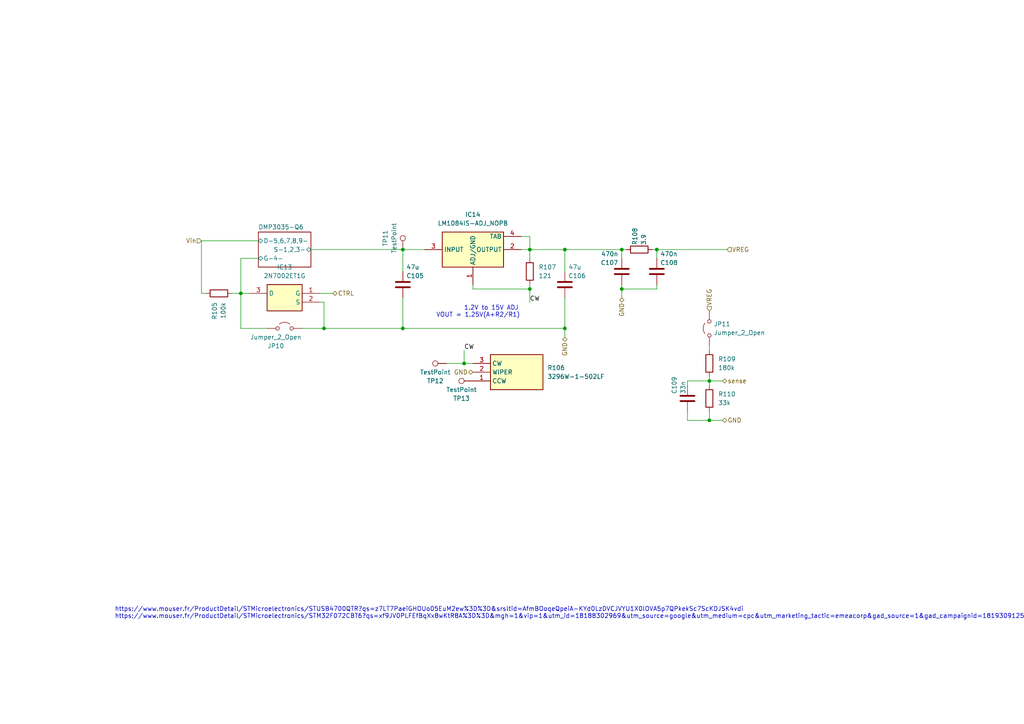
<source format=kicad_sch>
(kicad_sch (version 20250114) (generator "eeschema") (generator_version "9.0")
  (paper "A4")
  (lib_symbols
    (symbol "Connector:TestPoint" (pin_numbers (hide yes)) (pin_names (offset 0.762) (hide yes))
      (property "Reference" "TP" (at 0 6.858 0))
      (property "Value" "TestPoint" (at 0 5.08 0))
      (symbol "TestPoint_0_1"
        (circle (center 0 3.302) (radius 0.762))
      )
      (symbol "TestPoint_1_1"
        (pin passive line (at 0 0 90) (length 2.54) (name "1") (number "1"))
      )
    )
    (symbol "Custom-Vincent:2N7002ET1G"
      (property "Reference" "IC" (at 16.51 7.62 0))
      (property "Value" "2N7002ET1G" (at 16.51 5.08 0))
      (symbol "2N7002ET1G_1_1"
        (rectangle (start 5.08 2.54) (end 15.24 -5.08) (stroke (width 0.254)) (fill (type background)))
        (pin passive line (at 0 0 0) (length 5.08) (name "G") (number "1"))
        (pin passive line (at 0 -2.54 0) (length 5.08) (name "S") (number "2"))
        (pin passive line (at 20.32 0 180) (length 5.08) (name "D") (number "3"))
      )
    )
    (symbol "Custom-Vincent:3296W-1-502LF"
      (property "Reference" "R" (at 21.59 7.62 0))
      (property "Value" "3296W-1-502LF" (at 21.59 5.08 0))
      (symbol "3296W-1-502LF_1_1"
        (rectangle (start 5.08 2.54) (end 20.32 -7.62) (stroke (width 0.254)) (fill (type background)))
        (pin passive line (at 0 0 0) (length 5.08) (name "CW") (number "3"))
        (pin passive line (at 0 -2.54 0) (length 5.08) (name "WIPER") (number "2"))
        (pin passive line (at 0 -5.08 0) (length 5.08) (name "CCW") (number "1"))
      )
    )
    (symbol "Device:C" (pin_numbers (hide yes)) (pin_names (offset 0.254))
      (property "Reference" "C" (at 0.635 2.54 0))
      (property "Value" "C" (at 0.635 -2.54 0))
      (symbol "C_0_1"
        (polyline (pts (xy -2.032 0.762) (xy 2.032 0.762)) (stroke (width 0.508)))
        (polyline (pts (xy -2.032 -0.762) (xy 2.032 -0.762)) (stroke (width 0.508)))
      )
      (symbol "C_1_1"
        (pin passive line (at 0 3.81 270) (length 2.794) (name "~") (number "1"))
        (pin passive line (at 0 -3.81 90) (length 2.794) (name "~") (number "2"))
      )
    )
    (symbol "Device:R" (pin_numbers (hide yes)) (pin_names (offset 0))
      (property "Reference" "R" (at 2.032 0 90))
      (property "Value" "R" (at 0 0 90))
      (symbol "R_0_1"
        (rectangle (start -1.016 -2.54) (end 1.016 2.54) (stroke (width 0.254)))
      )
      (symbol "R_1_1"
        (pin passive line (at 0 3.81 270) (length 1.27) (name "~") (number "1"))
        (pin passive line (at 0 -3.81 90) (length 1.27) (name "~") (number "2"))
      )
    )
    (symbol "Jumper:Jumper_2_Open" (pin_numbers (hide yes)) (pin_names (offset 0) (hide yes))
      (property "Reference" "JP" (at 0 2.794 0))
      (property "Value" "Jumper_2_Open" (at 0 -2.286 0))
      (symbol "Jumper_2_Open_0_0"
        (circle (center -2.032 0) (radius 0.508))
        (circle (center 2.032 0) (radius 0.508))
      )
      (symbol "Jumper_2_Open_0_1"
        (arc (start -1.524 1.27) (mid 0 1.778) (end 1.524 1.27))
      )
      (symbol "Jumper_2_Open_1_1"
        (pin passive line (at -5.08 0 0) (length 2.54) (name "A") (number "1"))
        (pin passive line (at 5.08 0 180) (length 2.54) (name "B") (number "2"))
      )
    )
    (symbol "LM1084IS-ADJ_NOPB_1"
      (property "Reference" "IC" (at 26.67 7.62 0))
      (property "Value" "LM1084IS-ADJ_NOPB" (at 26.67 5.08 0))
      (symbol "LM1084IS-ADJ_NOPB_1_1_1"
        (rectangle (start 5.08 2.54) (end 22.86 -7.62) (stroke (width 0.254)) (fill (type background)))
        (pin input line (at 0 -2.54 0) (length 5.08) (name "INPUT") (number "3"))
        (pin power_in line (at 13.97 -12.7 90) (length 5.08) (name "ADJ/GND") (number "1"))
        (pin output line (at 27.94 1.27 180) (length 5.08) (name "TAB") (number "4"))
        (pin output line (at 27.94 -2.54 180) (length 5.08) (name "OUTPUT") (number "2"))
      )
    )
  )
  (text "https://www.mouser.fr/ProductDetail/STMicroelectronics/STUSB4700QTR?qs=z7LT7PaeiGHOUo05EuM2ew%3D%3D&srsltid=AfmBOoqeQpeiA-KYd0LzDVCJVYU1X0lOVA5p7QPkekSc7ScKDJSK4vdi\nhttps://www.mouser.fr/ProductDetail/STMicroelectronics/STM32F072CBT6?qs=xf9JV0PLFEfBqXx8wKtR8A%3D%3D&mgh=1&vip=1&utm_id=18188302969&utm_source=google&utm_medium=cpc&utm_marketing_tactic=emeacorp&gad_source=1&gad_campaignid=18193091258&gclid=Cj0KCQiAxJXJBhD_ARIsAH_JGjjlmumHlCQbsS1Lf4u0KNllXl2gcY-O_NKd-TyCFZhG1yRXtwxOSdgaAuOuEALw_wcB" (at 33.274 177.8 0) (effects (font (size 1.27 1.27)) (justify left)))
  (text "VOUT = 1.25V(A+R2/R1)" (at 138.684 91.44 0) (effects (font (size 1.27 1.27))))
  (text "1.2V to 15V ADJ" (at 142.494 89.408 0) (effects (font (size 1.27 1.27))))
  (junction (at 190.5 72.39))
  (junction (at 180.34 83.82))
  (junction (at 153.67 83.82))
  (junction (at 116.84 72.39))
  (junction (at 180.34 72.39))
  (junction (at 153.67 72.39))
  (junction (at 69.85 85.09))
  (junction (at 163.83 95.25))
  (junction (at 93.98 95.25))
  (junction (at 134.62 105.41))
  (junction (at 205.74 121.92))
  (junction (at 205.74 110.49))
  (junction (at 163.83 72.39))
  (junction (at 116.84 95.25))
  (wire (pts (xy 116.84 78.74) (xy 116.84 72.39)))
  (wire (pts (xy 87.63 95.25) (xy 93.98 95.25)))
  (wire (pts (xy 153.67 72.39) (xy 163.83 72.39)))
  (wire (pts (xy 137.16 83.82) (xy 137.16 82.55)))
  (wire (pts (xy 92.71 87.63) (xy 93.98 87.63)))
  (wire (pts (xy 205.74 110.49) (xy 209.55 110.49)))
  (wire (pts (xy 209.55 121.92) (xy 205.74 121.92)))
  (wire (pts (xy 58.42 85.09) (xy 59.69 85.09)))
  (wire (pts (xy 153.67 68.58) (xy 153.67 72.39)))
  (wire (pts (xy 180.34 74.93) (xy 180.34 72.39)))
  (wire (pts (xy 69.85 74.93) (xy 69.85 85.09)))
  (wire (pts (xy 189.23 72.39) (xy 190.5 72.39)))
  (wire (pts (xy 69.85 95.25) (xy 69.85 85.09)))
  (wire (pts (xy 69.85 85.09) (xy 72.39 85.09)))
  (wire (pts (xy 180.34 83.82) (xy 190.5 83.82)))
  (wire (pts (xy 199.39 119.38) (xy 199.39 121.92)))
  (wire (pts (xy 58.42 69.85) (xy 58.42 85.09)))
  (wire (pts (xy 93.98 95.25) (xy 116.84 95.25)))
  (wire (pts (xy 205.74 110.49) (xy 205.74 111.76)))
  (wire (pts (xy 163.83 86.36) (xy 163.83 95.25)))
  (wire (pts (xy 90.17 72.39) (xy 116.84 72.39)))
  (wire (pts (xy 92.71 85.09) (xy 96.52 85.09)))
  (wire (pts (xy 116.84 95.25) (xy 163.83 95.25)))
  (wire (pts (xy 74.93 69.85) (xy 58.42 69.85)))
  (wire (pts (xy 69.85 95.25) (xy 77.47 95.25)))
  (wire (pts (xy 137.16 83.82) (xy 153.67 83.82)))
  (wire (pts (xy 74.93 74.93) (xy 69.85 74.93)))
  (wire (pts (xy 190.5 72.39) (xy 210.82 72.39)))
  (wire (pts (xy 151.13 72.39) (xy 153.67 72.39)))
  (wire (pts (xy 151.13 68.58) (xy 153.67 68.58)))
  (wire (pts (xy 199.39 121.92) (xy 205.74 121.92)))
  (wire (pts (xy 134.62 101.6) (xy 134.62 105.41)))
  (wire (pts (xy 190.5 83.82) (xy 190.5 82.55)))
  (wire (pts (xy 137.16 105.41) (xy 134.62 105.41)))
  (wire (pts (xy 129.54 105.41) (xy 134.62 105.41)))
  (wire (pts (xy 67.31 85.09) (xy 69.85 85.09)))
  (wire (pts (xy 205.74 109.22) (xy 205.74 110.49)))
  (wire (pts (xy 199.39 110.49) (xy 205.74 110.49)))
  (wire (pts (xy 116.84 86.36) (xy 116.84 95.25)))
  (wire (pts (xy 190.5 74.93) (xy 190.5 72.39)))
  (wire (pts (xy 205.74 121.92) (xy 205.74 119.38)))
  (wire (pts (xy 180.34 83.82) (xy 180.34 82.55)))
  (wire (pts (xy 153.67 74.93) (xy 153.67 72.39)))
  (wire (pts (xy 163.83 72.39) (xy 180.34 72.39)))
  (wire (pts (xy 180.34 72.39) (xy 181.61 72.39)))
  (wire (pts (xy 163.83 97.79) (xy 163.83 95.25)))
  (wire (pts (xy 93.98 95.25) (xy 93.98 87.63)))
  (wire (pts (xy 153.67 83.82) (xy 153.67 87.63)))
  (wire (pts (xy 180.34 86.36) (xy 180.34 83.82)))
  (wire (pts (xy 153.67 83.82) (xy 153.67 82.55)))
  (wire (pts (xy 116.84 72.39) (xy 123.19 72.39)))
  (wire (pts (xy 199.39 111.76) (xy 199.39 110.49)))
  (wire (pts (xy 163.83 78.74) (xy 163.83 72.39)))
  (wire (pts (xy 205.74 100.33) (xy 205.74 101.6)))
  (label "CW" (at 153.67 87.63 0))
  (label "CW" (at 134.62 101.6 0))
  (hierarchical_label "sense" (shape bidirectional) (at 209.55 110.49 0))
  (hierarchical_label "GND" (shape bidirectional) (at 137.16 107.95 180))
  (hierarchical_label "VREG" (shape input) (at 210.82 72.39 0))
  (hierarchical_label "VREG" (shape input) (at 205.74 90.17 90))
  (hierarchical_label "GND" (shape bidirectional) (at 180.34 86.36 270))
  (hierarchical_label "GND" (shape bidirectional) (at 163.83 97.79 270))
  (hierarchical_label "Vin" (shape input) (at 58.42 69.85 180))
  (hierarchical_label "GND" (shape bidirectional) (at 209.55 121.92 0))
  (hierarchical_label "CTRL" (shape bidirectional) (at 96.52 85.09 0))
  (symbol (lib_id "Custom-Vincent:3296W-1-502LF") (at 137.16 105.41 0) (unit 1)
    (property "Reference" "R106" (at 158.75 106.6799 0) (effects (justify left)))
    (property "Value" "3296W-1-502LF" (at 158.75 109.2199 0) (effects (justify left)))
    (property "Footprint" "Custom-Vincent:3296W1503LF" (effects (hide yes)))
    (property "Datasheet" "https://componentsearchengine.com/Datasheets/2/3296W-1-502LF.pdf" (effects (hide yes)))
    (property "Description" "3296W top adj cermet trimmer,5K 10mm Bourns 3296W Series 25-Turn Through Hole Cermet Trimmer Resistor with Pin Terminations, 5k +/-10% 1/2W +/-100ppm/C" (effects (hide yes)))
    (property "Height" "10.28" (effects (hide yes)))
    (property "Mouser Part Number" "652-3296W-1-502LF" (effects (hide yes)))
    (property "Mouser Price/Stock" "https://www.mouser.co.uk/ProductDetail/Bourns/3296W-1-502LF?qs=zl1BDXJPZVrTnesl5BcuCQ%3D%3D" (effects (hide yes)))
    (property "Manufacturer_Name" "Bourns" (effects (hide yes)))
    (property "Manufacturer_Part_Number" "3296W-1-502LF" (effects (hide yes)))
    (property "Number-JLCPCB" "C60620" (effects (hide yes)))
    (instances (project "BMS" (path "" (reference "R106") (unit 1)) (path "" (reference "R112") (unit 1))))
  )
  (symbol (lib_id "Device:R") (at 153.67 78.74 0) (unit 1)
    (property "Reference" "R107" (at 156.21 77.4699 0) (effects (justify left)))
    (property "Value" "121" (at 156.21 80.0099 0) (effects (justify left)))
    (property "Footprint" "Resistor_SMD:R_0805_2012Metric_Pad1.20x1.40mm_HandSolder" (effects (hide yes)))
    (property "Description" "Resistor" (effects (hide yes)))
    (property "Mouser Part Number" "667-ERJ-UP6F1210V" (effects (hide yes)))
    (property "Number-JLCPCB" "C317367" (effects (hide yes)))
    (instances (project "BMS" (path "" (reference "R107") (unit 1)) (path "" (reference "R113") (unit 1))))
  )
  (symbol (lib_id "Custom-Vincent:2N7002ET1G") (at 92.71 85.09 0) (mirror y) (unit 1)
    (property "Reference" "IC13" (at 82.55 77.47 0))
    (property "Value" "2N7002ET1G" (at 82.55 80.01 0))
    (property "Footprint" "Package_TO_SOT_SMD:SOT-23-3" (effects (hide yes)))
    (property "Datasheet" "https://www.onsemi.com/pub/Collateral/2N7002E-D.PDF" (effects (hide yes)))
    (property "Description" "Small ; Low RDS(on); Trench Technology; RoHS Compliant" (effects (hide yes)))
    (property "Height" "1.11" (effects (hide yes)))
    (property "Mouser Part Number" "863-2N7002ET1G" (effects (hide yes)))
    (property "Mouser Price/Stock" "https://www.mouser.co.uk/ProductDetail/onsemi/2N7002ET1G?qs=PNhECL2hiouLrcURjXOtOg%3D%3D" (effects (hide yes)))
    (property "Manufacturer_Name" "onsemi" (effects (hide yes)))
    (property "Manufacturer_Part_Number" "2N7002ET1G" (effects (hide yes)))
    (property "Number-JLCPCB" "C71533" (effects (hide yes)))
    (instances (project "BMS" (path "" (reference "IC13") (unit 1)) (path "" (reference "IC15") (unit 1))))
  )
  (symbol (lib_name "LM1084IS-ADJ_NOPB_1") (lib_id "Custom-Vincent:LM1084IS-ADJ_NOPB") (at 123.19 69.85 0) (unit 1)
    (property "Reference" "IC14" (at 137.16 62.23 0))
    (property "Value" "LM1084IS-ADJ_NOPB" (at 137.16 64.77 0))
    (property "Footprint" "Custom-Vincent:LM1084IS-ADJ_NOPB" (effects (hide yes)))
    (property "Datasheet" "http://www.ti.com/lit/ds/symlink/lm1084.pdf" (effects (hide yes)))
    (property "Description" "5A Fixed / Adjustable Output Linear Regulator" (effects (hide yes)))
    (property "Height" "4.64" (effects (hide yes)))
    (property "Mouser Part Number" "926-LM1084IS-ADJNOPB" (effects (hide yes)))
    (property "Mouser Price/Stock" "https://www.mouser.co.uk/ProductDetail/Texas-Instruments/LM1084IS-ADJ-NOPB?qs=X1J7HmVL2ZGsN6CtVd4qhA%3D%3D" (effects (hide yes)))
    (property "Manufacturer_Name" "Texas Instruments" (effects (hide yes)))
    (property "Manufacturer_Part_Number" "LM1084IS-ADJ/NOPB" (effects (hide yes)))
    (property "Number-JLCPCB" "C2837418" (effects (hide yes)))
    (instances (project "BMS" (path "" (reference "IC14") (unit 1)) (path "" (reference "IC16") (unit 1))))
  )
  (symbol (lib_id "Device:R") (at 205.74 105.41 0) (unit 1)
    (property "Reference" "R109" (at 208.28 104.1399 0) (effects (justify left)))
    (property "Value" "180k" (at 208.28 106.6799 0) (effects (justify left)))
    (property "Footprint" "Resistor_SMD:R_0603_1608Metric_Pad0.98x0.95mm_HandSolder" (effects (hide yes)))
    (property "Description" "Resistor" (effects (hide yes)))
    (property "Mouser Part Number" "71-CRCW0603-180K-E3 " (effects (hide yes)))
    (property "Number-JLCPCB" "C844744" (effects (hide yes)))
    (instances (project "BMS" (path "" (reference "R109") (unit 1)) (path "" (reference "R115") (unit 1))))
  )
  (symbol (lib_id "Device:R") (at 63.5 85.09 90) (mirror x) (unit 1)
    (property "Reference" "R105" (at 62.2299 87.63 0) (effects (justify left)))
    (property "Value" "100k" (at 64.7699 87.63 0) (effects (justify left)))
    (property "Footprint" "Resistor_SMD:R_0603_1608Metric_Pad0.98x0.95mm_HandSolder" (effects (hide yes)))
    (property "Description" "Resistor" (effects (hide yes)))
    (property "Mouser Part Number" "603-RC0603FR-07100KL" (effects (hide yes)))
    (property "Number-JLCPCB" "C14675" (effects (hide yes)))
    (instances (project "BMS" (path "" (reference "R105") (unit 1)) (path "" (reference "R111") (unit 1))))
  )
  (symbol (lib_id "Connector:TestPoint") (at 116.84 72.39 0) (mirror y) (unit 1) (in_bom no)
    (property "Reference" "TP11" (at 111.76 69.088 90))
    (property "Value" "TestPoint" (at 114.3 69.088 90))
    (property "Footprint" "TestPoint:TestPoint_THTPad_2.0x2.0mm_Drill1.0mm" (effects (hide yes)))
    (property "Description" "test point" (effects (hide yes)))
    (instances (project "BMS" (path "" (reference "TP11") (unit 1)) (path "" (reference "TP14") (unit 1))))
  )
  (symbol (lib_id "Device:C") (at 199.39 115.57 0) (mirror x) (unit 1)
    (property "Reference" "C109" (at 195.58 114.3 90) (effects (justify right)))
    (property "Value" "33n" (at 198.12 114.3 90) (effects (justify right)))
    (property "Footprint" "Capacitor_SMD:C_0603_1608Metric_Pad1.08x0.95mm_HandSolder" (effects (hide yes)))
    (property "Description" "Unpolarized capacitor" (effects (hide yes)))
    (property "Mouser Part Number" "CC0603KRX7R8BB333" (effects (hide yes)))
    (property "Number-JLCPCB" "C113810" (effects (hide yes)))
    (instances (project "BMS" (path "" (reference "C109") (unit 1)) (path "" (reference "C114") (unit 1))))
  )
  (symbol (lib_id "Device:R") (at 185.42 72.39 90) (unit 1)
    (property "Reference" "R108" (at 184.15 71.12 0) (effects (justify left)))
    (property "Value" "3.9" (at 186.69 71.12 0) (effects (justify left)))
    (property "Footprint" "Resistor_SMD:R_1206_3216Metric_Pad1.30x1.75mm_HandSolder" (effects (hide yes)))
    (property "Datasheet" "https://www.mouser.fr/ProductDetail/Vishay/CRCW12063R90JNEA?qs=RBLAFTxbykx6FwOAglFQuA%3D%3D" (effects (hide yes)))
    (property "Description" "Resistor" (effects (hide yes)))
    (property "Mouser Part Number" "1206W4F390KT5E" (effects (hide yes)))
    (property "Number-JLCPCB" "C74090" (effects (hide yes)))
    (instances (project "BMS" (path "" (reference "R108") (unit 1)) (path "" (reference "R114") (unit 1))))
  )
  (symbol (lib_id "Device:C") (at 163.83 82.55 0) (mirror y) (unit 1)
    (property "Reference" "C106" (at 164.846 80.01 0) (effects (justify right)))
    (property "Value" "47u" (at 164.846 77.47 0) (effects (justify right)))
    (property "Footprint" "Capacitor_SMD:CP_Elec_6.3x7.7" (effects (hide yes)))
    (property "Description" "Unpolarized capacitor" (effects (hide yes)))
    (property "Mouser Part Number" "RVT1H470M0607" (effects (hide yes)))
    (property "Number-JLCPCB" "C3349" (effects (hide yes)))
    (instances (project "BMS" (path "" (reference "C106") (unit 1)) (path "" (reference "C111") (unit 1))))
  )
  (symbol (lib_id "Device:R") (at 205.74 115.57 0) (unit 1)
    (property "Reference" "R110" (at 208.28 114.2999 0) (effects (justify left)))
    (property "Value" "33k" (at 208.28 116.8399 0) (effects (justify left)))
    (property "Footprint" "Resistor_SMD:R_0603_1608Metric_Pad0.98x0.95mm_HandSolder" (effects (hide yes)))
    (property "Description" "Resistor" (effects (hide yes)))
    (property "Mouser Part Number" "0603WAF3302T5E" (effects (hide yes)))
    (property "Number-JLCPCB" "C4216" (effects (hide yes)))
    (instances (project "BMS" (path "" (reference "R110") (unit 1)) (path "" (reference "R116") (unit 1))))
  )
  (symbol (lib_id "Device:C") (at 180.34 78.74 0) (unit 1)
    (property "Reference" "C107" (at 179.324 76.2 0) (effects (justify right)))
    (property "Value" "470n" (at 179.324 73.66 0) (effects (justify right)))
    (property "Footprint" "Capacitor_SMD:C_0805_2012Metric_Pad1.18x1.45mm_HandSolder" (effects (hide yes)))
    (property "Description" "Unpolarized capacitor" (effects (hide yes)))
    (property "Mouser Part Number" "80-C0805C474M3PACTU" (effects (hide yes)))
    (property "Number-JLCPCB" "C2271305" (effects (hide yes)))
    (instances (project "BMS" (path "" (reference "C107") (unit 1)) (path "" (reference "C112") (unit 1))))
  )
  (symbol (lib_id "Connector:TestPoint") (at 137.16 110.49 90) (mirror x) (unit 1) (in_bom no)
    (property "Reference" "TP13" (at 133.858 115.57 90))
    (property "Value" "TestPoint" (at 133.858 113.03 90))
    (property "Footprint" "TestPoint:TestPoint_THTPad_2.0x2.0mm_Drill1.0mm" (effects (hide yes)))
    (property "Description" "test point" (effects (hide yes)))
    (instances (project "BMS" (path "" (reference "TP13") (unit 1)) (path "" (reference "TP16") (unit 1))))
  )
  (symbol (lib_id "Connector:TestPoint") (at 129.54 105.41 90) (mirror x) (unit 1) (in_bom no)
    (property "Reference" "TP12" (at 126.238 110.49 90))
    (property "Value" "TestPoint" (at 126.238 107.95 90))
    (property "Footprint" "TestPoint:TestPoint_THTPad_2.0x2.0mm_Drill1.0mm" (effects (hide yes)))
    (property "Description" "test point" (effects (hide yes)))
    (instances (project "BMS" (path "" (reference "TP12") (unit 1)) (path "" (reference "TP15") (unit 1))))
  )
  (symbol (lib_id "Jumper:Jumper_2_Open") (at 205.74 95.25 90) (unit 1)
    (property "Reference" "JP11" (at 207.01 93.9799 90) (effects (justify right)))
    (property "Value" "Jumper_2_Open" (at 207.01 96.5199 90) (effects (justify right)))
    (property "Footprint" "Connector_PinHeader_2.54mm:PinHeader_1x02_P2.54mm_Vertical" (effects (hide yes)))
    (property "Description" "Jumper, 2-pole, open" (effects (hide yes)))
    (property "Mouser Part Number" "HX PZ2.54-1x2P ZZ" (effects (hide yes)))
    (property "Number-JLCPCB" "C32713268" (effects (hide yes)))
    (instances (project "BMS" (path "" (reference "JP11") (unit 1)) (path "" (reference "JP13") (unit 1))))
  )
  (symbol (lib_id "Jumper:Jumper_2_Open") (at 82.55 95.25 0) (unit 1)
    (property "Reference" "JP10" (at 80.01 100.33 0))
    (property "Value" "Jumper_2_Open" (at 80.01 97.79 0))
    (property "Footprint" "Connector_PinHeader_2.54mm:PinHeader_1x02_P2.54mm_Vertical" (effects (hide yes)))
    (property "Description" "Jumper, 2-pole, open" (effects (hide yes)))
    (property "Mouser Part Number" "HX PZ2.54-1x2P ZZ" (effects (hide yes)))
    (property "Number-JLCPCB" "C32713268" (effects (hide yes)))
    (instances (project "BMS" (path "" (reference "JP10") (unit 1)) (path "" (reference "JP12") (unit 1))))
  )
  (symbol (lib_id "Device:C") (at 190.5 78.74 0) (mirror y) (unit 1)
    (property "Reference" "C108" (at 191.516 76.2 0) (effects (justify right)))
    (property "Value" "470n" (at 191.516 73.66 0) (effects (justify right)))
    (property "Footprint" "Capacitor_SMD:C_0805_2012Metric_Pad1.18x1.45mm_HandSolder" (effects (hide yes)))
    (property "Description" "Unpolarized capacitor" (effects (hide yes)))
    (property "Mouser Part Number" "80-C0805C474M3PACTU" (effects (hide yes)))
    (property "Number-JLCPCB" "C2271305" (effects (hide yes)))
    (instances (project "BMS" (path "" (reference "C108") (unit 1)) (path "" (reference "C113") (unit 1))))
  )
  (symbol (lib_id "Device:C") (at 116.84 82.55 0) (mirror y) (unit 1)
    (property "Reference" "C105" (at 117.856 80.01 0) (effects (justify right)))
    (property "Value" "47u" (at 117.856 77.47 0) (effects (justify right)))
    (property "Footprint" "Capacitor_SMD:CP_Elec_6.3x7.7" (effects (hide yes)))
    (property "Description" "Unpolarized capacitor" (effects (hide yes)))
    (property "Mouser Part Number" "RVT1H470M0607" (effects (hide yes)))
    (property "Number-JLCPCB" "C3349" (effects (hide yes)))
    (instances (project "BMS" (path "" (reference "C105") (unit 1)) (path "" (reference "C110") (unit 1))))
  )
  (sheet (at 74.93 67.31) (size 15.24 10.16) (stroke (width 0.1524))
    (property "Sheetname" "DMP3035-Q6" (at 74.93 66.5984 0) (effects (justify left bottom)))
    (property "Sheetfile" "DMP3035-CSTM.kicad_sch" (effects (hide yes)))
    (pin "S-1,2,3-" bidirectional (at 90.17 72.39 0))
    (pin "D-5,6,7,8,9-" bidirectional (at 74.93 69.85 180))
    (pin "G-4-" bidirectional (at 74.93 74.93 180))
  )
)
</source>
